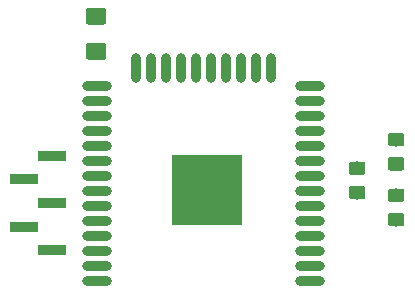
<source format=gbr>
G04 #@! TF.GenerationSoftware,KiCad,Pcbnew,5.0.2-bee76a0~70~ubuntu18.04.1*
G04 #@! TF.CreationDate,2018-12-11T14:37:26+01:00*
G04 #@! TF.ProjectId,Thermometer,54686572-6d6f-46d6-9574-65722e6b6963,rev?*
G04 #@! TF.SameCoordinates,Original*
G04 #@! TF.FileFunction,Paste,Top*
G04 #@! TF.FilePolarity,Positive*
%FSLAX46Y46*%
G04 Gerber Fmt 4.6, Leading zero omitted, Abs format (unit mm)*
G04 Created by KiCad (PCBNEW 5.0.2-bee76a0~70~ubuntu18.04.1) date mar. 11 déc. 2018 14:37:26 CET*
%MOMM*%
%LPD*%
G01*
G04 APERTURE LIST*
%ADD10C,0.100000*%
%ADD11C,1.425000*%
%ADD12O,2.500000X0.900000*%
%ADD13O,0.900000X2.500000*%
%ADD14R,6.000000X6.000000*%
%ADD15R,2.350000X0.850000*%
%ADD16C,1.150000*%
G04 APERTURE END LIST*
D10*
G04 #@! TO.C,C1*
G36*
X121426504Y-85975704D02*
X121450773Y-85979304D01*
X121474571Y-85985265D01*
X121497671Y-85993530D01*
X121519849Y-86004020D01*
X121540893Y-86016633D01*
X121560598Y-86031247D01*
X121578777Y-86047723D01*
X121595253Y-86065902D01*
X121609867Y-86085607D01*
X121622480Y-86106651D01*
X121632970Y-86128829D01*
X121641235Y-86151929D01*
X121647196Y-86175727D01*
X121650796Y-86199996D01*
X121652000Y-86224500D01*
X121652000Y-87149500D01*
X121650796Y-87174004D01*
X121647196Y-87198273D01*
X121641235Y-87222071D01*
X121632970Y-87245171D01*
X121622480Y-87267349D01*
X121609867Y-87288393D01*
X121595253Y-87308098D01*
X121578777Y-87326277D01*
X121560598Y-87342753D01*
X121540893Y-87357367D01*
X121519849Y-87369980D01*
X121497671Y-87380470D01*
X121474571Y-87388735D01*
X121450773Y-87394696D01*
X121426504Y-87398296D01*
X121402000Y-87399500D01*
X120152000Y-87399500D01*
X120127496Y-87398296D01*
X120103227Y-87394696D01*
X120079429Y-87388735D01*
X120056329Y-87380470D01*
X120034151Y-87369980D01*
X120013107Y-87357367D01*
X119993402Y-87342753D01*
X119975223Y-87326277D01*
X119958747Y-87308098D01*
X119944133Y-87288393D01*
X119931520Y-87267349D01*
X119921030Y-87245171D01*
X119912765Y-87222071D01*
X119906804Y-87198273D01*
X119903204Y-87174004D01*
X119902000Y-87149500D01*
X119902000Y-86224500D01*
X119903204Y-86199996D01*
X119906804Y-86175727D01*
X119912765Y-86151929D01*
X119921030Y-86128829D01*
X119931520Y-86106651D01*
X119944133Y-86085607D01*
X119958747Y-86065902D01*
X119975223Y-86047723D01*
X119993402Y-86031247D01*
X120013107Y-86016633D01*
X120034151Y-86004020D01*
X120056329Y-85993530D01*
X120079429Y-85985265D01*
X120103227Y-85979304D01*
X120127496Y-85975704D01*
X120152000Y-85974500D01*
X121402000Y-85974500D01*
X121426504Y-85975704D01*
X121426504Y-85975704D01*
G37*
D11*
X120777000Y-86687000D03*
D10*
G36*
X121426504Y-88950704D02*
X121450773Y-88954304D01*
X121474571Y-88960265D01*
X121497671Y-88968530D01*
X121519849Y-88979020D01*
X121540893Y-88991633D01*
X121560598Y-89006247D01*
X121578777Y-89022723D01*
X121595253Y-89040902D01*
X121609867Y-89060607D01*
X121622480Y-89081651D01*
X121632970Y-89103829D01*
X121641235Y-89126929D01*
X121647196Y-89150727D01*
X121650796Y-89174996D01*
X121652000Y-89199500D01*
X121652000Y-90124500D01*
X121650796Y-90149004D01*
X121647196Y-90173273D01*
X121641235Y-90197071D01*
X121632970Y-90220171D01*
X121622480Y-90242349D01*
X121609867Y-90263393D01*
X121595253Y-90283098D01*
X121578777Y-90301277D01*
X121560598Y-90317753D01*
X121540893Y-90332367D01*
X121519849Y-90344980D01*
X121497671Y-90355470D01*
X121474571Y-90363735D01*
X121450773Y-90369696D01*
X121426504Y-90373296D01*
X121402000Y-90374500D01*
X120152000Y-90374500D01*
X120127496Y-90373296D01*
X120103227Y-90369696D01*
X120079429Y-90363735D01*
X120056329Y-90355470D01*
X120034151Y-90344980D01*
X120013107Y-90332367D01*
X119993402Y-90317753D01*
X119975223Y-90301277D01*
X119958747Y-90283098D01*
X119944133Y-90263393D01*
X119931520Y-90242349D01*
X119921030Y-90220171D01*
X119912765Y-90197071D01*
X119906804Y-90173273D01*
X119903204Y-90149004D01*
X119902000Y-90124500D01*
X119902000Y-89199500D01*
X119903204Y-89174996D01*
X119906804Y-89150727D01*
X119912765Y-89126929D01*
X119921030Y-89103829D01*
X119931520Y-89081651D01*
X119944133Y-89060607D01*
X119958747Y-89040902D01*
X119975223Y-89022723D01*
X119993402Y-89006247D01*
X120013107Y-88991633D01*
X120034151Y-88979020D01*
X120056329Y-88968530D01*
X120079429Y-88960265D01*
X120103227Y-88954304D01*
X120127496Y-88950704D01*
X120152000Y-88949500D01*
X121402000Y-88949500D01*
X121426504Y-88950704D01*
X121426504Y-88950704D01*
G37*
D11*
X120777000Y-89662000D03*
G04 #@! TD*
D12*
G04 #@! TO.C,U1*
X120846566Y-109085338D03*
X120846566Y-107815338D03*
X120846566Y-106545338D03*
X120846566Y-105275338D03*
X120846566Y-104005338D03*
X120846566Y-102735338D03*
X120846566Y-101465338D03*
X120846566Y-100195338D03*
X120846566Y-98925338D03*
X120846566Y-97655338D03*
X120846566Y-96385338D03*
X120846566Y-95115338D03*
X120846566Y-93845338D03*
X120846566Y-92575338D03*
D13*
X124131566Y-91085338D03*
X125401566Y-91085338D03*
X126671566Y-91085338D03*
X127941566Y-91085338D03*
X129211566Y-91085338D03*
X130481566Y-91085338D03*
X131751566Y-91085338D03*
X133021566Y-91085338D03*
X134291566Y-91085338D03*
X135561566Y-91085338D03*
D12*
X138846566Y-92575338D03*
X138846566Y-93845338D03*
X138846566Y-95115338D03*
X138846566Y-96385338D03*
X138846566Y-97655338D03*
X138846566Y-98925338D03*
X138846566Y-100195338D03*
X138846566Y-101465338D03*
X138846566Y-102735338D03*
X138846566Y-104005338D03*
X138846566Y-105275338D03*
X138846566Y-106545338D03*
X138846566Y-107815338D03*
X138846566Y-109085338D03*
D14*
X130146566Y-101385338D03*
G04 #@! TD*
D15*
G04 #@! TO.C,ISP*
X114650000Y-100500000D03*
X114650000Y-104500000D03*
X117000000Y-98500000D03*
X117000000Y-102500000D03*
X117000000Y-106500000D03*
G04 #@! TD*
D10*
G04 #@! TO.C,R1*
G36*
X146651505Y-103330204D02*
X146675773Y-103333804D01*
X146699572Y-103339765D01*
X146722671Y-103348030D01*
X146744850Y-103358520D01*
X146765893Y-103371132D01*
X146785599Y-103385747D01*
X146803777Y-103402223D01*
X146820253Y-103420401D01*
X146834868Y-103440107D01*
X146847480Y-103461150D01*
X146857970Y-103483329D01*
X146866235Y-103506428D01*
X146872196Y-103530227D01*
X146875796Y-103554495D01*
X146877000Y-103578999D01*
X146877000Y-104229001D01*
X146875796Y-104253505D01*
X146872196Y-104277773D01*
X146866235Y-104301572D01*
X146857970Y-104324671D01*
X146847480Y-104346850D01*
X146834868Y-104367893D01*
X146820253Y-104387599D01*
X146803777Y-104405777D01*
X146785599Y-104422253D01*
X146765893Y-104436868D01*
X146744850Y-104449480D01*
X146722671Y-104459970D01*
X146699572Y-104468235D01*
X146675773Y-104474196D01*
X146651505Y-104477796D01*
X146627001Y-104479000D01*
X145726999Y-104479000D01*
X145702495Y-104477796D01*
X145678227Y-104474196D01*
X145654428Y-104468235D01*
X145631329Y-104459970D01*
X145609150Y-104449480D01*
X145588107Y-104436868D01*
X145568401Y-104422253D01*
X145550223Y-104405777D01*
X145533747Y-104387599D01*
X145519132Y-104367893D01*
X145506520Y-104346850D01*
X145496030Y-104324671D01*
X145487765Y-104301572D01*
X145481804Y-104277773D01*
X145478204Y-104253505D01*
X145477000Y-104229001D01*
X145477000Y-103578999D01*
X145478204Y-103554495D01*
X145481804Y-103530227D01*
X145487765Y-103506428D01*
X145496030Y-103483329D01*
X145506520Y-103461150D01*
X145519132Y-103440107D01*
X145533747Y-103420401D01*
X145550223Y-103402223D01*
X145568401Y-103385747D01*
X145588107Y-103371132D01*
X145609150Y-103358520D01*
X145631329Y-103348030D01*
X145654428Y-103339765D01*
X145678227Y-103333804D01*
X145702495Y-103330204D01*
X145726999Y-103329000D01*
X146627001Y-103329000D01*
X146651505Y-103330204D01*
X146651505Y-103330204D01*
G37*
D16*
X146177000Y-103904000D03*
D10*
G36*
X146651505Y-101280204D02*
X146675773Y-101283804D01*
X146699572Y-101289765D01*
X146722671Y-101298030D01*
X146744850Y-101308520D01*
X146765893Y-101321132D01*
X146785599Y-101335747D01*
X146803777Y-101352223D01*
X146820253Y-101370401D01*
X146834868Y-101390107D01*
X146847480Y-101411150D01*
X146857970Y-101433329D01*
X146866235Y-101456428D01*
X146872196Y-101480227D01*
X146875796Y-101504495D01*
X146877000Y-101528999D01*
X146877000Y-102179001D01*
X146875796Y-102203505D01*
X146872196Y-102227773D01*
X146866235Y-102251572D01*
X146857970Y-102274671D01*
X146847480Y-102296850D01*
X146834868Y-102317893D01*
X146820253Y-102337599D01*
X146803777Y-102355777D01*
X146785599Y-102372253D01*
X146765893Y-102386868D01*
X146744850Y-102399480D01*
X146722671Y-102409970D01*
X146699572Y-102418235D01*
X146675773Y-102424196D01*
X146651505Y-102427796D01*
X146627001Y-102429000D01*
X145726999Y-102429000D01*
X145702495Y-102427796D01*
X145678227Y-102424196D01*
X145654428Y-102418235D01*
X145631329Y-102409970D01*
X145609150Y-102399480D01*
X145588107Y-102386868D01*
X145568401Y-102372253D01*
X145550223Y-102355777D01*
X145533747Y-102337599D01*
X145519132Y-102317893D01*
X145506520Y-102296850D01*
X145496030Y-102274671D01*
X145487765Y-102251572D01*
X145481804Y-102227773D01*
X145478204Y-102203505D01*
X145477000Y-102179001D01*
X145477000Y-101528999D01*
X145478204Y-101504495D01*
X145481804Y-101480227D01*
X145487765Y-101456428D01*
X145496030Y-101433329D01*
X145506520Y-101411150D01*
X145519132Y-101390107D01*
X145533747Y-101370401D01*
X145550223Y-101352223D01*
X145568401Y-101335747D01*
X145588107Y-101321132D01*
X145609150Y-101308520D01*
X145631329Y-101298030D01*
X145654428Y-101289765D01*
X145678227Y-101283804D01*
X145702495Y-101280204D01*
X145726999Y-101279000D01*
X146627001Y-101279000D01*
X146651505Y-101280204D01*
X146651505Y-101280204D01*
G37*
D16*
X146177000Y-101854000D03*
G04 #@! TD*
D10*
G04 #@! TO.C,R2*
G36*
X146651505Y-96563204D02*
X146675773Y-96566804D01*
X146699572Y-96572765D01*
X146722671Y-96581030D01*
X146744850Y-96591520D01*
X146765893Y-96604132D01*
X146785599Y-96618747D01*
X146803777Y-96635223D01*
X146820253Y-96653401D01*
X146834868Y-96673107D01*
X146847480Y-96694150D01*
X146857970Y-96716329D01*
X146866235Y-96739428D01*
X146872196Y-96763227D01*
X146875796Y-96787495D01*
X146877000Y-96811999D01*
X146877000Y-97462001D01*
X146875796Y-97486505D01*
X146872196Y-97510773D01*
X146866235Y-97534572D01*
X146857970Y-97557671D01*
X146847480Y-97579850D01*
X146834868Y-97600893D01*
X146820253Y-97620599D01*
X146803777Y-97638777D01*
X146785599Y-97655253D01*
X146765893Y-97669868D01*
X146744850Y-97682480D01*
X146722671Y-97692970D01*
X146699572Y-97701235D01*
X146675773Y-97707196D01*
X146651505Y-97710796D01*
X146627001Y-97712000D01*
X145726999Y-97712000D01*
X145702495Y-97710796D01*
X145678227Y-97707196D01*
X145654428Y-97701235D01*
X145631329Y-97692970D01*
X145609150Y-97682480D01*
X145588107Y-97669868D01*
X145568401Y-97655253D01*
X145550223Y-97638777D01*
X145533747Y-97620599D01*
X145519132Y-97600893D01*
X145506520Y-97579850D01*
X145496030Y-97557671D01*
X145487765Y-97534572D01*
X145481804Y-97510773D01*
X145478204Y-97486505D01*
X145477000Y-97462001D01*
X145477000Y-96811999D01*
X145478204Y-96787495D01*
X145481804Y-96763227D01*
X145487765Y-96739428D01*
X145496030Y-96716329D01*
X145506520Y-96694150D01*
X145519132Y-96673107D01*
X145533747Y-96653401D01*
X145550223Y-96635223D01*
X145568401Y-96618747D01*
X145588107Y-96604132D01*
X145609150Y-96591520D01*
X145631329Y-96581030D01*
X145654428Y-96572765D01*
X145678227Y-96566804D01*
X145702495Y-96563204D01*
X145726999Y-96562000D01*
X146627001Y-96562000D01*
X146651505Y-96563204D01*
X146651505Y-96563204D01*
G37*
D16*
X146177000Y-97137000D03*
D10*
G36*
X146651505Y-98613204D02*
X146675773Y-98616804D01*
X146699572Y-98622765D01*
X146722671Y-98631030D01*
X146744850Y-98641520D01*
X146765893Y-98654132D01*
X146785599Y-98668747D01*
X146803777Y-98685223D01*
X146820253Y-98703401D01*
X146834868Y-98723107D01*
X146847480Y-98744150D01*
X146857970Y-98766329D01*
X146866235Y-98789428D01*
X146872196Y-98813227D01*
X146875796Y-98837495D01*
X146877000Y-98861999D01*
X146877000Y-99512001D01*
X146875796Y-99536505D01*
X146872196Y-99560773D01*
X146866235Y-99584572D01*
X146857970Y-99607671D01*
X146847480Y-99629850D01*
X146834868Y-99650893D01*
X146820253Y-99670599D01*
X146803777Y-99688777D01*
X146785599Y-99705253D01*
X146765893Y-99719868D01*
X146744850Y-99732480D01*
X146722671Y-99742970D01*
X146699572Y-99751235D01*
X146675773Y-99757196D01*
X146651505Y-99760796D01*
X146627001Y-99762000D01*
X145726999Y-99762000D01*
X145702495Y-99760796D01*
X145678227Y-99757196D01*
X145654428Y-99751235D01*
X145631329Y-99742970D01*
X145609150Y-99732480D01*
X145588107Y-99719868D01*
X145568401Y-99705253D01*
X145550223Y-99688777D01*
X145533747Y-99670599D01*
X145519132Y-99650893D01*
X145506520Y-99629850D01*
X145496030Y-99607671D01*
X145487765Y-99584572D01*
X145481804Y-99560773D01*
X145478204Y-99536505D01*
X145477000Y-99512001D01*
X145477000Y-98861999D01*
X145478204Y-98837495D01*
X145481804Y-98813227D01*
X145487765Y-98789428D01*
X145496030Y-98766329D01*
X145506520Y-98744150D01*
X145519132Y-98723107D01*
X145533747Y-98703401D01*
X145550223Y-98685223D01*
X145568401Y-98668747D01*
X145588107Y-98654132D01*
X145609150Y-98641520D01*
X145631329Y-98631030D01*
X145654428Y-98622765D01*
X145678227Y-98616804D01*
X145702495Y-98613204D01*
X145726999Y-98612000D01*
X146627001Y-98612000D01*
X146651505Y-98613204D01*
X146651505Y-98613204D01*
G37*
D16*
X146177000Y-99187000D03*
G04 #@! TD*
D10*
G04 #@! TO.C,R4*
G36*
X143349505Y-98994204D02*
X143373773Y-98997804D01*
X143397572Y-99003765D01*
X143420671Y-99012030D01*
X143442850Y-99022520D01*
X143463893Y-99035132D01*
X143483599Y-99049747D01*
X143501777Y-99066223D01*
X143518253Y-99084401D01*
X143532868Y-99104107D01*
X143545480Y-99125150D01*
X143555970Y-99147329D01*
X143564235Y-99170428D01*
X143570196Y-99194227D01*
X143573796Y-99218495D01*
X143575000Y-99242999D01*
X143575000Y-99893001D01*
X143573796Y-99917505D01*
X143570196Y-99941773D01*
X143564235Y-99965572D01*
X143555970Y-99988671D01*
X143545480Y-100010850D01*
X143532868Y-100031893D01*
X143518253Y-100051599D01*
X143501777Y-100069777D01*
X143483599Y-100086253D01*
X143463893Y-100100868D01*
X143442850Y-100113480D01*
X143420671Y-100123970D01*
X143397572Y-100132235D01*
X143373773Y-100138196D01*
X143349505Y-100141796D01*
X143325001Y-100143000D01*
X142424999Y-100143000D01*
X142400495Y-100141796D01*
X142376227Y-100138196D01*
X142352428Y-100132235D01*
X142329329Y-100123970D01*
X142307150Y-100113480D01*
X142286107Y-100100868D01*
X142266401Y-100086253D01*
X142248223Y-100069777D01*
X142231747Y-100051599D01*
X142217132Y-100031893D01*
X142204520Y-100010850D01*
X142194030Y-99988671D01*
X142185765Y-99965572D01*
X142179804Y-99941773D01*
X142176204Y-99917505D01*
X142175000Y-99893001D01*
X142175000Y-99242999D01*
X142176204Y-99218495D01*
X142179804Y-99194227D01*
X142185765Y-99170428D01*
X142194030Y-99147329D01*
X142204520Y-99125150D01*
X142217132Y-99104107D01*
X142231747Y-99084401D01*
X142248223Y-99066223D01*
X142266401Y-99049747D01*
X142286107Y-99035132D01*
X142307150Y-99022520D01*
X142329329Y-99012030D01*
X142352428Y-99003765D01*
X142376227Y-98997804D01*
X142400495Y-98994204D01*
X142424999Y-98993000D01*
X143325001Y-98993000D01*
X143349505Y-98994204D01*
X143349505Y-98994204D01*
G37*
D16*
X142875000Y-99568000D03*
D10*
G36*
X143349505Y-101044204D02*
X143373773Y-101047804D01*
X143397572Y-101053765D01*
X143420671Y-101062030D01*
X143442850Y-101072520D01*
X143463893Y-101085132D01*
X143483599Y-101099747D01*
X143501777Y-101116223D01*
X143518253Y-101134401D01*
X143532868Y-101154107D01*
X143545480Y-101175150D01*
X143555970Y-101197329D01*
X143564235Y-101220428D01*
X143570196Y-101244227D01*
X143573796Y-101268495D01*
X143575000Y-101292999D01*
X143575000Y-101943001D01*
X143573796Y-101967505D01*
X143570196Y-101991773D01*
X143564235Y-102015572D01*
X143555970Y-102038671D01*
X143545480Y-102060850D01*
X143532868Y-102081893D01*
X143518253Y-102101599D01*
X143501777Y-102119777D01*
X143483599Y-102136253D01*
X143463893Y-102150868D01*
X143442850Y-102163480D01*
X143420671Y-102173970D01*
X143397572Y-102182235D01*
X143373773Y-102188196D01*
X143349505Y-102191796D01*
X143325001Y-102193000D01*
X142424999Y-102193000D01*
X142400495Y-102191796D01*
X142376227Y-102188196D01*
X142352428Y-102182235D01*
X142329329Y-102173970D01*
X142307150Y-102163480D01*
X142286107Y-102150868D01*
X142266401Y-102136253D01*
X142248223Y-102119777D01*
X142231747Y-102101599D01*
X142217132Y-102081893D01*
X142204520Y-102060850D01*
X142194030Y-102038671D01*
X142185765Y-102015572D01*
X142179804Y-101991773D01*
X142176204Y-101967505D01*
X142175000Y-101943001D01*
X142175000Y-101292999D01*
X142176204Y-101268495D01*
X142179804Y-101244227D01*
X142185765Y-101220428D01*
X142194030Y-101197329D01*
X142204520Y-101175150D01*
X142217132Y-101154107D01*
X142231747Y-101134401D01*
X142248223Y-101116223D01*
X142266401Y-101099747D01*
X142286107Y-101085132D01*
X142307150Y-101072520D01*
X142329329Y-101062030D01*
X142352428Y-101053765D01*
X142376227Y-101047804D01*
X142400495Y-101044204D01*
X142424999Y-101043000D01*
X143325001Y-101043000D01*
X143349505Y-101044204D01*
X143349505Y-101044204D01*
G37*
D16*
X142875000Y-101618000D03*
G04 #@! TD*
M02*

</source>
